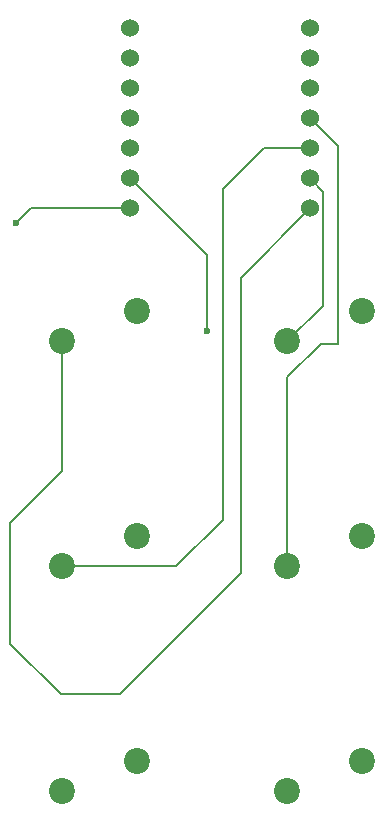
<source format=gbr>
%TF.GenerationSoftware,KiCad,Pcbnew,9.0.1*%
%TF.CreationDate,2025-12-08T16:46:30+00:00*%
%TF.ProjectId,Macropad PCB,4d616372-6f70-4616-9420-5043422e6b69,rev?*%
%TF.SameCoordinates,Original*%
%TF.FileFunction,Copper,L2,Bot*%
%TF.FilePolarity,Positive*%
%FSLAX46Y46*%
G04 Gerber Fmt 4.6, Leading zero omitted, Abs format (unit mm)*
G04 Created by KiCad (PCBNEW 9.0.1) date 2025-12-08 16:46:30*
%MOMM*%
%LPD*%
G01*
G04 APERTURE LIST*
%TA.AperFunction,ComponentPad*%
%ADD10C,2.200000*%
%TD*%
%TA.AperFunction,ComponentPad*%
%ADD11C,1.524000*%
%TD*%
%TA.AperFunction,ViaPad*%
%ADD12C,0.600000*%
%TD*%
%TA.AperFunction,Conductor*%
%ADD13C,0.200000*%
%TD*%
G04 APERTURE END LIST*
D10*
%TO.P,SW1,1,1*%
%TO.N,GND*%
X88265000Y-66357500D03*
%TO.P,SW1,2,2*%
%TO.N,Net-(U1-GPIO1{slash}RX)*%
X81915000Y-68897500D03*
%TD*%
D11*
%TO.P,U1,1,GPIO26/ADC0/A0*%
%TO.N,unconnected-(U1-GPIO26{slash}ADC0{slash}A0-Pad1)*%
X87630000Y-42386250D03*
%TO.P,U1,2,GPIO27/ADC1/A1*%
%TO.N,unconnected-(U1-GPIO27{slash}ADC1{slash}A1-Pad2)*%
X87630000Y-44926250D03*
%TO.P,U1,3,GPIO28/ADC2/A2*%
%TO.N,unconnected-(U1-GPIO28{slash}ADC2{slash}A2-Pad3)*%
X87630000Y-47466250D03*
%TO.P,U1,4,GPIO29/ADC3/A3*%
%TO.N,unconnected-(U1-GPIO29{slash}ADC3{slash}A3-Pad4)*%
X87630000Y-50006250D03*
%TO.P,U1,5,GPIO6/SDA*%
%TO.N,Net-(D1-DIN)*%
X87630000Y-52546250D03*
%TO.P,U1,6,GPIO7/SCL*%
%TO.N,Net-(U1-GPIO7{slash}SCL)*%
X87630000Y-55086250D03*
%TO.P,U1,7,GPIO0/TX*%
%TO.N,Net-(U1-GPIO0{slash}TX)*%
X87630000Y-57626250D03*
%TO.P,U1,8,GPIO1/RX*%
%TO.N,Net-(U1-GPIO1{slash}RX)*%
X102870000Y-57626250D03*
%TO.P,U1,9,GPIO2/SCK*%
%TO.N,Net-(U1-GPIO2{slash}SCK)*%
X102870000Y-55086250D03*
%TO.P,U1,10,GPIO4/MISO*%
%TO.N,Net-(U1-GPIO4{slash}MISO)*%
X102870000Y-52546250D03*
%TO.P,U1,11,GPIO3/MOSI*%
%TO.N,Net-(U1-GPIO3{slash}MOSI)*%
X102870000Y-50006250D03*
%TO.P,U1,12,3V3*%
%TO.N,unconnected-(U1-3V3-Pad12)*%
X102870000Y-47466250D03*
%TO.P,U1,13,GND*%
%TO.N,GND*%
X102870000Y-44926250D03*
%TO.P,U1,14,VBUS*%
%TO.N,+5V*%
X102870000Y-42386250D03*
%TD*%
D10*
%TO.P,SW5,1,1*%
%TO.N,GND*%
X88265000Y-104457500D03*
%TO.P,SW5,2,2*%
%TO.N,Net-(U1-GPIO0{slash}TX)*%
X81915000Y-106997500D03*
%TD*%
%TO.P,SW2,1,1*%
%TO.N,GND*%
X107315000Y-66357500D03*
%TO.P,SW2,2,2*%
%TO.N,Net-(U1-GPIO2{slash}SCK)*%
X100965000Y-68897500D03*
%TD*%
%TO.P,SW4,1,1*%
%TO.N,GND*%
X107315000Y-85407500D03*
%TO.P,SW4,2,2*%
%TO.N,Net-(U1-GPIO3{slash}MOSI)*%
X100965000Y-87947500D03*
%TD*%
%TO.P,SW6,1,1*%
%TO.N,GND*%
X107315000Y-104457500D03*
%TO.P,SW6,2,2*%
%TO.N,Net-(U1-GPIO7{slash}SCL)*%
X100965000Y-106997500D03*
%TD*%
%TO.P,SW3,1,1*%
%TO.N,GND*%
X88265000Y-85407500D03*
%TO.P,SW3,2,2*%
%TO.N,Net-(U1-GPIO4{slash}MISO)*%
X81915000Y-87947500D03*
%TD*%
D12*
%TO.N,Net-(U1-GPIO0{slash}TX)*%
X78000000Y-58900000D03*
%TO.N,Net-(U1-GPIO7{slash}SCL)*%
X94150000Y-68000000D03*
%TD*%
D13*
%TO.N,Net-(U1-GPIO1{slash}RX)*%
X81915000Y-68897500D02*
X81915000Y-79835000D01*
X77500000Y-94500000D02*
X81750000Y-98750000D01*
X86750000Y-98750000D02*
X97000000Y-88500000D01*
X77500000Y-84250000D02*
X77500000Y-94500000D01*
X81915000Y-79835000D02*
X77500000Y-84250000D01*
X97000000Y-63496250D02*
X102870000Y-57626250D01*
X97000000Y-88500000D02*
X97000000Y-63496250D01*
X81750000Y-98750000D02*
X86750000Y-98750000D01*
%TO.N,Net-(U1-GPIO2{slash}SCK)*%
X104000000Y-56216250D02*
X102870000Y-55086250D01*
X104000000Y-65862500D02*
X104000000Y-56216250D01*
X100965000Y-68897500D02*
X104000000Y-65862500D01*
%TO.N,Net-(U1-GPIO4{slash}MISO)*%
X98953750Y-52546250D02*
X95500000Y-56000000D01*
X95500000Y-56000000D02*
X95500000Y-84000000D01*
X102870000Y-52546250D02*
X98953750Y-52546250D01*
X91552500Y-87947500D02*
X81915000Y-87947500D01*
X95500000Y-84000000D02*
X91552500Y-87947500D01*
%TO.N,Net-(U1-GPIO3{slash}MOSI)*%
X105250000Y-69086500D02*
X103801184Y-69086500D01*
X100965000Y-71922684D02*
X100965000Y-87947500D01*
X103801184Y-69086500D02*
X100965000Y-71922684D01*
X105250000Y-52386250D02*
X105250000Y-69086500D01*
X102870000Y-50006250D02*
X105250000Y-52386250D01*
%TO.N,Net-(U1-GPIO0{slash}TX)*%
X87630000Y-57626250D02*
X79273750Y-57626250D01*
X79273750Y-57626250D02*
X78000000Y-58900000D01*
%TO.N,Net-(U1-GPIO7{slash}SCL)*%
X87630000Y-55086250D02*
X94150000Y-61606250D01*
X94150000Y-61606250D02*
X94150000Y-68000000D01*
%TD*%
M02*

</source>
